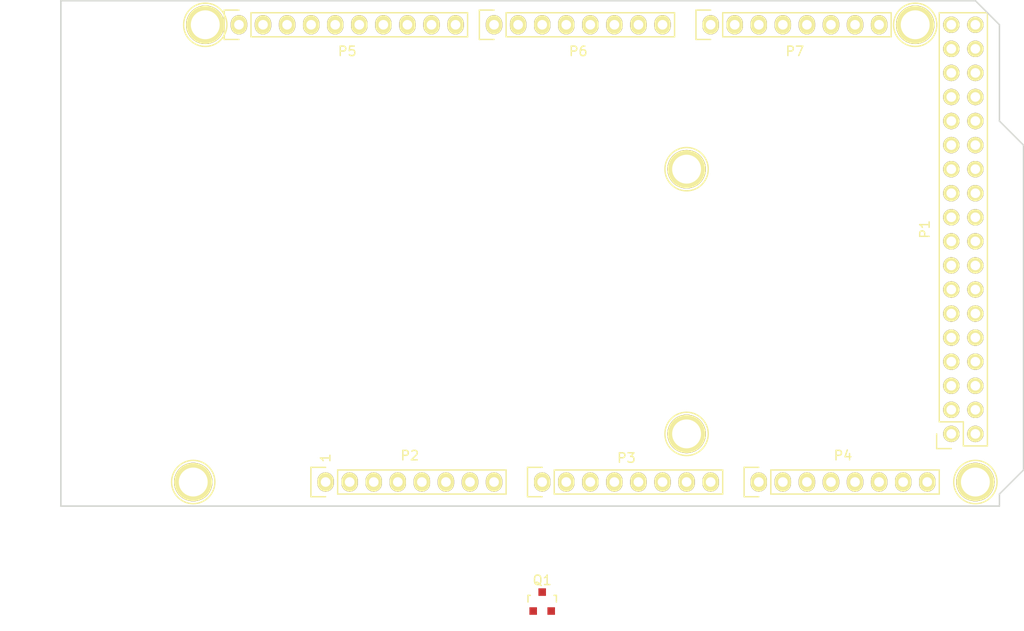
<source format=kicad_pcb>
(kicad_pcb (version 4) (host pcbnew 4.0.4-stable)

  (general
    (links 6)
    (no_connects 6)
    (area 103.302999 68.250999 205.053001 121.741001)
    (thickness 1.6)
    (drawings 27)
    (tracks 0)
    (zones 0)
    (modules 14)
    (nets 3)
  )

  (page A4)
  (title_block
    (title ZenGardenBase)
    (date 2017-03-09)
    (rev A)
    (company D.O.P.E.)
    (comment 1 "Matthew Swarts")
  )

  (layers
    (0 F.Cu signal)
    (31 B.Cu signal)
    (32 B.Adhes user)
    (33 F.Adhes user)
    (34 B.Paste user)
    (35 F.Paste user)
    (36 B.SilkS user)
    (37 F.SilkS user)
    (38 B.Mask user)
    (39 F.Mask user)
    (40 Dwgs.User user)
    (41 Cmts.User user)
    (42 Eco1.User user)
    (43 Eco2.User user)
    (44 Edge.Cuts user)
    (45 Margin user)
    (46 B.CrtYd user)
    (47 F.CrtYd user)
    (48 B.Fab user)
    (49 F.Fab user)
  )

  (setup
    (last_trace_width 0.25)
    (trace_clearance 0.2)
    (zone_clearance 0.508)
    (zone_45_only no)
    (trace_min 0.2)
    (segment_width 0.15)
    (edge_width 0.15)
    (via_size 0.6)
    (via_drill 0.4)
    (via_min_size 0.4)
    (via_min_drill 0.3)
    (uvia_size 0.3)
    (uvia_drill 0.1)
    (uvias_allowed no)
    (uvia_min_size 0.2)
    (uvia_min_drill 0.1)
    (pcb_text_width 0.3)
    (pcb_text_size 1.5 1.5)
    (mod_edge_width 0.15)
    (mod_text_size 1 1)
    (mod_text_width 0.15)
    (pad_size 4.064 4.064)
    (pad_drill 3.048)
    (pad_to_mask_clearance 0)
    (aux_axis_origin 103.378 121.666)
    (visible_elements 7FFFFFFF)
    (pcbplotparams
      (layerselection 0x00030_80000001)
      (usegerberextensions false)
      (excludeedgelayer true)
      (linewidth 0.100000)
      (plotframeref false)
      (viasonmask false)
      (mode 1)
      (useauxorigin false)
      (hpglpennumber 1)
      (hpglpenspeed 20)
      (hpglpendiameter 15)
      (hpglpenoverlay 2)
      (psnegative false)
      (psa4output false)
      (plotreference true)
      (plotvalue true)
      (plotinvisibletext false)
      (padsonsilk false)
      (subtractmaskfromsilk false)
      (outputformat 1)
      (mirror false)
      (drillshape 1)
      (scaleselection 1)
      (outputdirectory ""))
  )

  (net 0 "")
  (net 1 GND)
  (net 2 V50)

  (net_class Default "This is the default net class."
    (clearance 0.2)
    (trace_width 0.25)
    (via_dia 0.6)
    (via_drill 0.4)
    (uvia_dia 0.3)
    (uvia_drill 0.1)
    (add_net GND)
    (add_net V50)
  )

  (module Socket_Arduino_Mega:Socket_Strip_Arduino_2x18 locked (layer F.Cu) (tedit 55216789) (tstamp 551AFCE5)
    (at 197.358 114.046 90)
    (descr "Through hole socket strip")
    (tags "socket strip")
    (path /56D743B5)
    (fp_text reference P1 (at 21.59 -2.794 90) (layer F.SilkS)
      (effects (font (size 1 1) (thickness 0.15)))
    )
    (fp_text value Digital (at 21.59 -4.572 90) (layer F.Fab)
      (effects (font (size 1 1) (thickness 0.15)))
    )
    (fp_line (start -1.75 -1.75) (end -1.75 4.3) (layer F.CrtYd) (width 0.05))
    (fp_line (start 44.95 -1.75) (end 44.95 4.3) (layer F.CrtYd) (width 0.05))
    (fp_line (start -1.75 -1.75) (end 44.95 -1.75) (layer F.CrtYd) (width 0.05))
    (fp_line (start -1.75 4.3) (end 44.95 4.3) (layer F.CrtYd) (width 0.05))
    (fp_line (start -1.27 3.81) (end 44.45 3.81) (layer F.SilkS) (width 0.15))
    (fp_line (start 44.45 -1.27) (end 1.27 -1.27) (layer F.SilkS) (width 0.15))
    (fp_line (start 44.45 3.81) (end 44.45 -1.27) (layer F.SilkS) (width 0.15))
    (fp_line (start -1.27 3.81) (end -1.27 1.27) (layer F.SilkS) (width 0.15))
    (fp_line (start 0 -1.55) (end -1.55 -1.55) (layer F.SilkS) (width 0.15))
    (fp_line (start -1.27 1.27) (end 1.27 1.27) (layer F.SilkS) (width 0.15))
    (fp_line (start 1.27 1.27) (end 1.27 -1.27) (layer F.SilkS) (width 0.15))
    (fp_line (start -1.55 -1.55) (end -1.55 0) (layer F.SilkS) (width 0.15))
    (pad 1 thru_hole circle (at 0 0 90) (size 1.7272 1.7272) (drill 1.016) (layers *.Cu *.Mask F.SilkS)
      (net 1 GND))
    (pad 2 thru_hole oval (at 0 2.54 90) (size 1.7272 1.7272) (drill 1.016) (layers *.Cu *.Mask F.SilkS)
      (net 1 GND))
    (pad 3 thru_hole oval (at 2.54 0 90) (size 1.7272 1.7272) (drill 1.016) (layers *.Cu *.Mask F.SilkS))
    (pad 4 thru_hole oval (at 2.54 2.54 90) (size 1.7272 1.7272) (drill 1.016) (layers *.Cu *.Mask F.SilkS))
    (pad 5 thru_hole oval (at 5.08 0 90) (size 1.7272 1.7272) (drill 1.016) (layers *.Cu *.Mask F.SilkS))
    (pad 6 thru_hole oval (at 5.08 2.54 90) (size 1.7272 1.7272) (drill 1.016) (layers *.Cu *.Mask F.SilkS))
    (pad 7 thru_hole oval (at 7.62 0 90) (size 1.7272 1.7272) (drill 1.016) (layers *.Cu *.Mask F.SilkS))
    (pad 8 thru_hole oval (at 7.62 2.54 90) (size 1.7272 1.7272) (drill 1.016) (layers *.Cu *.Mask F.SilkS))
    (pad 9 thru_hole oval (at 10.16 0 90) (size 1.7272 1.7272) (drill 1.016) (layers *.Cu *.Mask F.SilkS))
    (pad 10 thru_hole oval (at 10.16 2.54 90) (size 1.7272 1.7272) (drill 1.016) (layers *.Cu *.Mask F.SilkS))
    (pad 11 thru_hole oval (at 12.7 0 90) (size 1.7272 1.7272) (drill 1.016) (layers *.Cu *.Mask F.SilkS))
    (pad 12 thru_hole oval (at 12.7 2.54 90) (size 1.7272 1.7272) (drill 1.016) (layers *.Cu *.Mask F.SilkS))
    (pad 13 thru_hole oval (at 15.24 0 90) (size 1.7272 1.7272) (drill 1.016) (layers *.Cu *.Mask F.SilkS))
    (pad 14 thru_hole oval (at 15.24 2.54 90) (size 1.7272 1.7272) (drill 1.016) (layers *.Cu *.Mask F.SilkS))
    (pad 15 thru_hole oval (at 17.78 0 90) (size 1.7272 1.7272) (drill 1.016) (layers *.Cu *.Mask F.SilkS))
    (pad 16 thru_hole oval (at 17.78 2.54 90) (size 1.7272 1.7272) (drill 1.016) (layers *.Cu *.Mask F.SilkS))
    (pad 17 thru_hole oval (at 20.32 0 90) (size 1.7272 1.7272) (drill 1.016) (layers *.Cu *.Mask F.SilkS))
    (pad 18 thru_hole oval (at 20.32 2.54 90) (size 1.7272 1.7272) (drill 1.016) (layers *.Cu *.Mask F.SilkS))
    (pad 19 thru_hole oval (at 22.86 0 90) (size 1.7272 1.7272) (drill 1.016) (layers *.Cu *.Mask F.SilkS))
    (pad 20 thru_hole oval (at 22.86 2.54 90) (size 1.7272 1.7272) (drill 1.016) (layers *.Cu *.Mask F.SilkS))
    (pad 21 thru_hole oval (at 25.4 0 90) (size 1.7272 1.7272) (drill 1.016) (layers *.Cu *.Mask F.SilkS))
    (pad 22 thru_hole oval (at 25.4 2.54 90) (size 1.7272 1.7272) (drill 1.016) (layers *.Cu *.Mask F.SilkS))
    (pad 23 thru_hole oval (at 27.94 0 90) (size 1.7272 1.7272) (drill 1.016) (layers *.Cu *.Mask F.SilkS))
    (pad 24 thru_hole oval (at 27.94 2.54 90) (size 1.7272 1.7272) (drill 1.016) (layers *.Cu *.Mask F.SilkS))
    (pad 25 thru_hole oval (at 30.48 0 90) (size 1.7272 1.7272) (drill 1.016) (layers *.Cu *.Mask F.SilkS))
    (pad 26 thru_hole oval (at 30.48 2.54 90) (size 1.7272 1.7272) (drill 1.016) (layers *.Cu *.Mask F.SilkS))
    (pad 27 thru_hole oval (at 33.02 0 90) (size 1.7272 1.7272) (drill 1.016) (layers *.Cu *.Mask F.SilkS))
    (pad 28 thru_hole oval (at 33.02 2.54 90) (size 1.7272 1.7272) (drill 1.016) (layers *.Cu *.Mask F.SilkS))
    (pad 29 thru_hole oval (at 35.56 0 90) (size 1.7272 1.7272) (drill 1.016) (layers *.Cu *.Mask F.SilkS))
    (pad 30 thru_hole oval (at 35.56 2.54 90) (size 1.7272 1.7272) (drill 1.016) (layers *.Cu *.Mask F.SilkS))
    (pad 31 thru_hole oval (at 38.1 0 90) (size 1.7272 1.7272) (drill 1.016) (layers *.Cu *.Mask F.SilkS))
    (pad 32 thru_hole oval (at 38.1 2.54 90) (size 1.7272 1.7272) (drill 1.016) (layers *.Cu *.Mask F.SilkS))
    (pad 33 thru_hole oval (at 40.64 0 90) (size 1.7272 1.7272) (drill 1.016) (layers *.Cu *.Mask F.SilkS))
    (pad 34 thru_hole oval (at 40.64 2.54 90) (size 1.7272 1.7272) (drill 1.016) (layers *.Cu *.Mask F.SilkS))
    (pad 35 thru_hole oval (at 43.18 0 90) (size 1.7272 1.7272) (drill 1.016) (layers *.Cu *.Mask F.SilkS)
      (net 2 V50))
    (pad 36 thru_hole oval (at 43.18 2.54 90) (size 1.7272 1.7272) (drill 1.016) (layers *.Cu *.Mask F.SilkS)
      (net 2 V50))
    (model ${KIPRJMOD}/Socket_Arduino_Mega.3dshapes/Socket_header_Arduino_2x18.wrl
      (at (xyz 0.85 -0.05 0))
      (scale (xyz 1 1 1))
      (rotate (xyz 0 0 180))
    )
  )

  (module Socket_Arduino_Mega:Socket_Strip_Arduino_1x08 locked (layer F.Cu) (tedit 55216755) (tstamp 551AFCFC)
    (at 131.318 119.126)
    (descr "Through hole socket strip")
    (tags "socket strip")
    (path /56D71773)
    (fp_text reference P2 (at 8.89 -2.794) (layer F.SilkS)
      (effects (font (size 1 1) (thickness 0.15)))
    )
    (fp_text value Power (at 8.89 -4.318) (layer F.Fab)
      (effects (font (size 1 1) (thickness 0.15)))
    )
    (fp_line (start -1.75 -1.75) (end -1.75 1.75) (layer F.CrtYd) (width 0.05))
    (fp_line (start 19.55 -1.75) (end 19.55 1.75) (layer F.CrtYd) (width 0.05))
    (fp_line (start -1.75 -1.75) (end 19.55 -1.75) (layer F.CrtYd) (width 0.05))
    (fp_line (start -1.75 1.75) (end 19.55 1.75) (layer F.CrtYd) (width 0.05))
    (fp_line (start 1.27 1.27) (end 19.05 1.27) (layer F.SilkS) (width 0.15))
    (fp_line (start 19.05 1.27) (end 19.05 -1.27) (layer F.SilkS) (width 0.15))
    (fp_line (start 19.05 -1.27) (end 1.27 -1.27) (layer F.SilkS) (width 0.15))
    (fp_line (start -1.55 1.55) (end 0 1.55) (layer F.SilkS) (width 0.15))
    (fp_line (start 1.27 1.27) (end 1.27 -1.27) (layer F.SilkS) (width 0.15))
    (fp_line (start 0 -1.55) (end -1.55 -1.55) (layer F.SilkS) (width 0.15))
    (fp_line (start -1.55 -1.55) (end -1.55 1.55) (layer F.SilkS) (width 0.15))
    (pad 1 thru_hole oval (at 0 0) (size 1.7272 2.032) (drill 1.016) (layers *.Cu *.Mask F.SilkS))
    (pad 2 thru_hole oval (at 2.54 0) (size 1.7272 2.032) (drill 1.016) (layers *.Cu *.Mask F.SilkS))
    (pad 3 thru_hole oval (at 5.08 0) (size 1.7272 2.032) (drill 1.016) (layers *.Cu *.Mask F.SilkS))
    (pad 4 thru_hole oval (at 7.62 0) (size 1.7272 2.032) (drill 1.016) (layers *.Cu *.Mask F.SilkS))
    (pad 5 thru_hole oval (at 10.16 0) (size 1.7272 2.032) (drill 1.016) (layers *.Cu *.Mask F.SilkS)
      (net 2 V50))
    (pad 6 thru_hole oval (at 12.7 0) (size 1.7272 2.032) (drill 1.016) (layers *.Cu *.Mask F.SilkS)
      (net 1 GND))
    (pad 7 thru_hole oval (at 15.24 0) (size 1.7272 2.032) (drill 1.016) (layers *.Cu *.Mask F.SilkS)
      (net 1 GND))
    (pad 8 thru_hole oval (at 17.78 0) (size 1.7272 2.032) (drill 1.016) (layers *.Cu *.Mask F.SilkS))
    (model ${KIPRJMOD}/Socket_Arduino_Mega.3dshapes/Socket_header_Arduino_1x08.wrl
      (at (xyz 0.35 0 0))
      (scale (xyz 1 1 1))
      (rotate (xyz 0 0 180))
    )
  )

  (module Socket_Arduino_Mega:Socket_Strip_Arduino_1x08 locked (layer F.Cu) (tedit 5521677D) (tstamp 551AFD13)
    (at 154.178 119.126)
    (descr "Through hole socket strip")
    (tags "socket strip")
    (path /56D72F1C)
    (fp_text reference P3 (at 8.89 -2.54) (layer F.SilkS)
      (effects (font (size 1 1) (thickness 0.15)))
    )
    (fp_text value Analog (at 8.89 -4.318) (layer F.Fab)
      (effects (font (size 1 1) (thickness 0.15)))
    )
    (fp_line (start -1.75 -1.75) (end -1.75 1.75) (layer F.CrtYd) (width 0.05))
    (fp_line (start 19.55 -1.75) (end 19.55 1.75) (layer F.CrtYd) (width 0.05))
    (fp_line (start -1.75 -1.75) (end 19.55 -1.75) (layer F.CrtYd) (width 0.05))
    (fp_line (start -1.75 1.75) (end 19.55 1.75) (layer F.CrtYd) (width 0.05))
    (fp_line (start 1.27 1.27) (end 19.05 1.27) (layer F.SilkS) (width 0.15))
    (fp_line (start 19.05 1.27) (end 19.05 -1.27) (layer F.SilkS) (width 0.15))
    (fp_line (start 19.05 -1.27) (end 1.27 -1.27) (layer F.SilkS) (width 0.15))
    (fp_line (start -1.55 1.55) (end 0 1.55) (layer F.SilkS) (width 0.15))
    (fp_line (start 1.27 1.27) (end 1.27 -1.27) (layer F.SilkS) (width 0.15))
    (fp_line (start 0 -1.55) (end -1.55 -1.55) (layer F.SilkS) (width 0.15))
    (fp_line (start -1.55 -1.55) (end -1.55 1.55) (layer F.SilkS) (width 0.15))
    (pad 1 thru_hole oval (at 0 0) (size 1.7272 2.032) (drill 1.016) (layers *.Cu *.Mask F.SilkS))
    (pad 2 thru_hole oval (at 2.54 0) (size 1.7272 2.032) (drill 1.016) (layers *.Cu *.Mask F.SilkS))
    (pad 3 thru_hole oval (at 5.08 0) (size 1.7272 2.032) (drill 1.016) (layers *.Cu *.Mask F.SilkS))
    (pad 4 thru_hole oval (at 7.62 0) (size 1.7272 2.032) (drill 1.016) (layers *.Cu *.Mask F.SilkS))
    (pad 5 thru_hole oval (at 10.16 0) (size 1.7272 2.032) (drill 1.016) (layers *.Cu *.Mask F.SilkS))
    (pad 6 thru_hole oval (at 12.7 0) (size 1.7272 2.032) (drill 1.016) (layers *.Cu *.Mask F.SilkS))
    (pad 7 thru_hole oval (at 15.24 0) (size 1.7272 2.032) (drill 1.016) (layers *.Cu *.Mask F.SilkS))
    (pad 8 thru_hole oval (at 17.78 0) (size 1.7272 2.032) (drill 1.016) (layers *.Cu *.Mask F.SilkS))
    (model ${KIPRJMOD}/Socket_Arduino_Mega.3dshapes/Socket_header_Arduino_1x08.wrl
      (at (xyz 0.35 0 0))
      (scale (xyz 1 1 1))
      (rotate (xyz 0 0 180))
    )
  )

  (module Socket_Arduino_Mega:Socket_Strip_Arduino_1x08 locked (layer F.Cu) (tedit 55216772) (tstamp 551AFD2A)
    (at 177.038 119.126)
    (descr "Through hole socket strip")
    (tags "socket strip")
    (path /56D73A0E)
    (fp_text reference P4 (at 8.89 -2.794) (layer F.SilkS)
      (effects (font (size 1 1) (thickness 0.15)))
    )
    (fp_text value Analog (at 8.89 -4.318) (layer F.Fab)
      (effects (font (size 1 1) (thickness 0.15)))
    )
    (fp_line (start -1.75 -1.75) (end -1.75 1.75) (layer F.CrtYd) (width 0.05))
    (fp_line (start 19.55 -1.75) (end 19.55 1.75) (layer F.CrtYd) (width 0.05))
    (fp_line (start -1.75 -1.75) (end 19.55 -1.75) (layer F.CrtYd) (width 0.05))
    (fp_line (start -1.75 1.75) (end 19.55 1.75) (layer F.CrtYd) (width 0.05))
    (fp_line (start 1.27 1.27) (end 19.05 1.27) (layer F.SilkS) (width 0.15))
    (fp_line (start 19.05 1.27) (end 19.05 -1.27) (layer F.SilkS) (width 0.15))
    (fp_line (start 19.05 -1.27) (end 1.27 -1.27) (layer F.SilkS) (width 0.15))
    (fp_line (start -1.55 1.55) (end 0 1.55) (layer F.SilkS) (width 0.15))
    (fp_line (start 1.27 1.27) (end 1.27 -1.27) (layer F.SilkS) (width 0.15))
    (fp_line (start 0 -1.55) (end -1.55 -1.55) (layer F.SilkS) (width 0.15))
    (fp_line (start -1.55 -1.55) (end -1.55 1.55) (layer F.SilkS) (width 0.15))
    (pad 1 thru_hole oval (at 0 0) (size 1.7272 2.032) (drill 1.016) (layers *.Cu *.Mask F.SilkS))
    (pad 2 thru_hole oval (at 2.54 0) (size 1.7272 2.032) (drill 1.016) (layers *.Cu *.Mask F.SilkS))
    (pad 3 thru_hole oval (at 5.08 0) (size 1.7272 2.032) (drill 1.016) (layers *.Cu *.Mask F.SilkS))
    (pad 4 thru_hole oval (at 7.62 0) (size 1.7272 2.032) (drill 1.016) (layers *.Cu *.Mask F.SilkS))
    (pad 5 thru_hole oval (at 10.16 0) (size 1.7272 2.032) (drill 1.016) (layers *.Cu *.Mask F.SilkS))
    (pad 6 thru_hole oval (at 12.7 0) (size 1.7272 2.032) (drill 1.016) (layers *.Cu *.Mask F.SilkS))
    (pad 7 thru_hole oval (at 15.24 0) (size 1.7272 2.032) (drill 1.016) (layers *.Cu *.Mask F.SilkS))
    (pad 8 thru_hole oval (at 17.78 0) (size 1.7272 2.032) (drill 1.016) (layers *.Cu *.Mask F.SilkS))
    (model ${KIPRJMOD}/Socket_Arduino_Mega.3dshapes/Socket_header_Arduino_1x08.wrl
      (at (xyz 0.35 0 0))
      (scale (xyz 1 1 1))
      (rotate (xyz 0 0 180))
    )
  )

  (module Socket_Arduino_Mega:Socket_Strip_Arduino_1x10 locked (layer F.Cu) (tedit 551AFC9C) (tstamp 551AFD43)
    (at 122.174 70.866)
    (descr "Through hole socket strip")
    (tags "socket strip")
    (path /56D72368)
    (fp_text reference P5 (at 11.43 2.794) (layer F.SilkS)
      (effects (font (size 1 1) (thickness 0.15)))
    )
    (fp_text value PWM (at 11.43 4.318) (layer F.Fab)
      (effects (font (size 1 1) (thickness 0.15)))
    )
    (fp_line (start -1.75 -1.75) (end -1.75 1.75) (layer F.CrtYd) (width 0.05))
    (fp_line (start 24.65 -1.75) (end 24.65 1.75) (layer F.CrtYd) (width 0.05))
    (fp_line (start -1.75 -1.75) (end 24.65 -1.75) (layer F.CrtYd) (width 0.05))
    (fp_line (start -1.75 1.75) (end 24.65 1.75) (layer F.CrtYd) (width 0.05))
    (fp_line (start 1.27 1.27) (end 24.13 1.27) (layer F.SilkS) (width 0.15))
    (fp_line (start 24.13 1.27) (end 24.13 -1.27) (layer F.SilkS) (width 0.15))
    (fp_line (start 24.13 -1.27) (end 1.27 -1.27) (layer F.SilkS) (width 0.15))
    (fp_line (start -1.55 1.55) (end 0 1.55) (layer F.SilkS) (width 0.15))
    (fp_line (start 1.27 1.27) (end 1.27 -1.27) (layer F.SilkS) (width 0.15))
    (fp_line (start 0 -1.55) (end -1.55 -1.55) (layer F.SilkS) (width 0.15))
    (fp_line (start -1.55 -1.55) (end -1.55 1.55) (layer F.SilkS) (width 0.15))
    (pad 1 thru_hole oval (at 0 0) (size 1.7272 2.032) (drill 1.016) (layers *.Cu *.Mask F.SilkS))
    (pad 2 thru_hole oval (at 2.54 0) (size 1.7272 2.032) (drill 1.016) (layers *.Cu *.Mask F.SilkS))
    (pad 3 thru_hole oval (at 5.08 0) (size 1.7272 2.032) (drill 1.016) (layers *.Cu *.Mask F.SilkS))
    (pad 4 thru_hole oval (at 7.62 0) (size 1.7272 2.032) (drill 1.016) (layers *.Cu *.Mask F.SilkS)
      (net 1 GND))
    (pad 5 thru_hole oval (at 10.16 0) (size 1.7272 2.032) (drill 1.016) (layers *.Cu *.Mask F.SilkS))
    (pad 6 thru_hole oval (at 12.7 0) (size 1.7272 2.032) (drill 1.016) (layers *.Cu *.Mask F.SilkS))
    (pad 7 thru_hole oval (at 15.24 0) (size 1.7272 2.032) (drill 1.016) (layers *.Cu *.Mask F.SilkS))
    (pad 8 thru_hole oval (at 17.78 0) (size 1.7272 2.032) (drill 1.016) (layers *.Cu *.Mask F.SilkS))
    (pad 9 thru_hole oval (at 20.32 0) (size 1.7272 2.032) (drill 1.016) (layers *.Cu *.Mask F.SilkS))
    (pad 10 thru_hole oval (at 22.86 0) (size 1.7272 2.032) (drill 1.016) (layers *.Cu *.Mask F.SilkS))
    (model ${KIPRJMOD}/Socket_Arduino_Mega.3dshapes/Socket_header_Arduino_1x10.wrl
      (at (xyz 0.45 0 0))
      (scale (xyz 1 1 1))
      (rotate (xyz 0 0 180))
    )
  )

  (module Socket_Arduino_Mega:Socket_Strip_Arduino_1x08 locked (layer F.Cu) (tedit 551AFC7F) (tstamp 551AFD5A)
    (at 149.098 70.866)
    (descr "Through hole socket strip")
    (tags "socket strip")
    (path /56D734D0)
    (fp_text reference P6 (at 8.89 2.794) (layer F.SilkS)
      (effects (font (size 1 1) (thickness 0.15)))
    )
    (fp_text value PWM (at 8.89 4.318) (layer F.Fab)
      (effects (font (size 1 1) (thickness 0.15)))
    )
    (fp_line (start -1.75 -1.75) (end -1.75 1.75) (layer F.CrtYd) (width 0.05))
    (fp_line (start 19.55 -1.75) (end 19.55 1.75) (layer F.CrtYd) (width 0.05))
    (fp_line (start -1.75 -1.75) (end 19.55 -1.75) (layer F.CrtYd) (width 0.05))
    (fp_line (start -1.75 1.75) (end 19.55 1.75) (layer F.CrtYd) (width 0.05))
    (fp_line (start 1.27 1.27) (end 19.05 1.27) (layer F.SilkS) (width 0.15))
    (fp_line (start 19.05 1.27) (end 19.05 -1.27) (layer F.SilkS) (width 0.15))
    (fp_line (start 19.05 -1.27) (end 1.27 -1.27) (layer F.SilkS) (width 0.15))
    (fp_line (start -1.55 1.55) (end 0 1.55) (layer F.SilkS) (width 0.15))
    (fp_line (start 1.27 1.27) (end 1.27 -1.27) (layer F.SilkS) (width 0.15))
    (fp_line (start 0 -1.55) (end -1.55 -1.55) (layer F.SilkS) (width 0.15))
    (fp_line (start -1.55 -1.55) (end -1.55 1.55) (layer F.SilkS) (width 0.15))
    (pad 1 thru_hole oval (at 0 0) (size 1.7272 2.032) (drill 1.016) (layers *.Cu *.Mask F.SilkS))
    (pad 2 thru_hole oval (at 2.54 0) (size 1.7272 2.032) (drill 1.016) (layers *.Cu *.Mask F.SilkS))
    (pad 3 thru_hole oval (at 5.08 0) (size 1.7272 2.032) (drill 1.016) (layers *.Cu *.Mask F.SilkS))
    (pad 4 thru_hole oval (at 7.62 0) (size 1.7272 2.032) (drill 1.016) (layers *.Cu *.Mask F.SilkS))
    (pad 5 thru_hole oval (at 10.16 0) (size 1.7272 2.032) (drill 1.016) (layers *.Cu *.Mask F.SilkS))
    (pad 6 thru_hole oval (at 12.7 0) (size 1.7272 2.032) (drill 1.016) (layers *.Cu *.Mask F.SilkS))
    (pad 7 thru_hole oval (at 15.24 0) (size 1.7272 2.032) (drill 1.016) (layers *.Cu *.Mask F.SilkS))
    (pad 8 thru_hole oval (at 17.78 0) (size 1.7272 2.032) (drill 1.016) (layers *.Cu *.Mask F.SilkS))
    (model ${KIPRJMOD}/Socket_Arduino_Mega.3dshapes/Socket_header_Arduino_1x08.wrl
      (at (xyz 0.35 0 0))
      (scale (xyz 1 1 1))
      (rotate (xyz 0 0 180))
    )
  )

  (module Socket_Arduino_Mega:Socket_Strip_Arduino_1x08 locked (layer F.Cu) (tedit 551AFC73) (tstamp 551AFD71)
    (at 171.958 70.866)
    (descr "Through hole socket strip")
    (tags "socket strip")
    (path /56D73F2C)
    (fp_text reference P7 (at 8.89 2.794) (layer F.SilkS)
      (effects (font (size 1 1) (thickness 0.15)))
    )
    (fp_text value Communication (at 8.89 4.064) (layer F.Fab)
      (effects (font (size 1 1) (thickness 0.15)))
    )
    (fp_line (start -1.75 -1.75) (end -1.75 1.75) (layer F.CrtYd) (width 0.05))
    (fp_line (start 19.55 -1.75) (end 19.55 1.75) (layer F.CrtYd) (width 0.05))
    (fp_line (start -1.75 -1.75) (end 19.55 -1.75) (layer F.CrtYd) (width 0.05))
    (fp_line (start -1.75 1.75) (end 19.55 1.75) (layer F.CrtYd) (width 0.05))
    (fp_line (start 1.27 1.27) (end 19.05 1.27) (layer F.SilkS) (width 0.15))
    (fp_line (start 19.05 1.27) (end 19.05 -1.27) (layer F.SilkS) (width 0.15))
    (fp_line (start 19.05 -1.27) (end 1.27 -1.27) (layer F.SilkS) (width 0.15))
    (fp_line (start -1.55 1.55) (end 0 1.55) (layer F.SilkS) (width 0.15))
    (fp_line (start 1.27 1.27) (end 1.27 -1.27) (layer F.SilkS) (width 0.15))
    (fp_line (start 0 -1.55) (end -1.55 -1.55) (layer F.SilkS) (width 0.15))
    (fp_line (start -1.55 -1.55) (end -1.55 1.55) (layer F.SilkS) (width 0.15))
    (pad 1 thru_hole oval (at 0 0) (size 1.7272 2.032) (drill 1.016) (layers *.Cu *.Mask F.SilkS))
    (pad 2 thru_hole oval (at 2.54 0) (size 1.7272 2.032) (drill 1.016) (layers *.Cu *.Mask F.SilkS))
    (pad 3 thru_hole oval (at 5.08 0) (size 1.7272 2.032) (drill 1.016) (layers *.Cu *.Mask F.SilkS))
    (pad 4 thru_hole oval (at 7.62 0) (size 1.7272 2.032) (drill 1.016) (layers *.Cu *.Mask F.SilkS))
    (pad 5 thru_hole oval (at 10.16 0) (size 1.7272 2.032) (drill 1.016) (layers *.Cu *.Mask F.SilkS))
    (pad 6 thru_hole oval (at 12.7 0) (size 1.7272 2.032) (drill 1.016) (layers *.Cu *.Mask F.SilkS))
    (pad 7 thru_hole oval (at 15.24 0) (size 1.7272 2.032) (drill 1.016) (layers *.Cu *.Mask F.SilkS))
    (pad 8 thru_hole oval (at 17.78 0) (size 1.7272 2.032) (drill 1.016) (layers *.Cu *.Mask F.SilkS))
    (model ${KIPRJMOD}/Socket_Arduino_Mega.3dshapes/Socket_header_Arduino_1x08.wrl
      (at (xyz 0.35 0 0))
      (scale (xyz 1 1 1))
      (rotate (xyz 0 0 180))
    )
  )

  (module Socket_Arduino_Mega:Arduino_1pin locked (layer F.Cu) (tedit 5524FDA7) (tstamp 5524FE07)
    (at 117.348 119.126)
    (descr "module 1 pin (ou trou mecanique de percage)")
    (tags DEV)
    (path /56D70B71)
    (fp_text reference P8 (at 0 -3.048) (layer F.SilkS) hide
      (effects (font (size 1 1) (thickness 0.15)))
    )
    (fp_text value CONN_01X01 (at 0 2.794) (layer F.Fab) hide
      (effects (font (size 1 1) (thickness 0.15)))
    )
    (fp_circle (center 0 0) (end 0 -2.286) (layer F.SilkS) (width 0.15))
    (pad 1 thru_hole circle (at 0 0) (size 4.064 4.064) (drill 3.048) (layers *.Cu *.Mask F.SilkS))
  )

  (module Socket_Arduino_Mega:Arduino_1pin locked (layer F.Cu) (tedit 5524FDB2) (tstamp 5524FE0C)
    (at 169.418 114.046)
    (descr "module 1 pin (ou trou mecanique de percage)")
    (tags DEV)
    (path /56D70C9B)
    (fp_text reference P9 (at 0 -3.048) (layer F.SilkS) hide
      (effects (font (size 1 1) (thickness 0.15)))
    )
    (fp_text value CONN_01X01 (at 0 2.794) (layer F.Fab) hide
      (effects (font (size 1 1) (thickness 0.15)))
    )
    (fp_circle (center 0 0) (end 0 -2.286) (layer F.SilkS) (width 0.15))
    (pad 1 thru_hole circle (at 0 0) (size 4.064 4.064) (drill 3.048) (layers *.Cu *.Mask F.SilkS))
  )

  (module Socket_Arduino_Mega:Arduino_1pin locked (layer F.Cu) (tedit 5524FDBB) (tstamp 5524FE11)
    (at 199.898 119.126)
    (descr "module 1 pin (ou trou mecanique de percage)")
    (tags DEV)
    (path /56D70CE6)
    (fp_text reference P10 (at 0 -3.048) (layer F.SilkS) hide
      (effects (font (size 1 1) (thickness 0.15)))
    )
    (fp_text value CONN_01X01 (at 0 2.794) (layer F.Fab) hide
      (effects (font (size 1 1) (thickness 0.15)))
    )
    (fp_circle (center 0 0) (end 0 -2.286) (layer F.SilkS) (width 0.15))
    (pad 1 thru_hole circle (at 0 0) (size 4.064 4.064) (drill 3.048) (layers *.Cu *.Mask F.SilkS))
  )

  (module Socket_Arduino_Mega:Arduino_1pin locked (layer F.Cu) (tedit 5524FDD2) (tstamp 5524FE16)
    (at 118.618 70.866)
    (descr "module 1 pin (ou trou mecanique de percage)")
    (tags DEV)
    (path /56D70D2C)
    (fp_text reference P11 (at 0 -3.048) (layer F.SilkS) hide
      (effects (font (size 1 1) (thickness 0.15)))
    )
    (fp_text value CONN_01X01 (at 0 2.794) (layer F.Fab) hide
      (effects (font (size 1 1) (thickness 0.15)))
    )
    (fp_circle (center 0 0) (end 0 -2.286) (layer F.SilkS) (width 0.15))
    (pad 1 thru_hole circle (at 0 0) (size 4.064 4.064) (drill 3.048) (layers *.Cu *.Mask F.SilkS))
  )

  (module Socket_Arduino_Mega:Arduino_1pin locked (layer F.Cu) (tedit 5524FDCA) (tstamp 5524FE1B)
    (at 169.418 86.106)
    (descr "module 1 pin (ou trou mecanique de percage)")
    (tags DEV)
    (path /56D711A2)
    (fp_text reference P12 (at 0 -3.048) (layer F.SilkS) hide
      (effects (font (size 1 1) (thickness 0.15)))
    )
    (fp_text value CONN_01X01 (at 0 2.794) (layer F.Fab) hide
      (effects (font (size 1 1) (thickness 0.15)))
    )
    (fp_circle (center 0 0) (end 0 -2.286) (layer F.SilkS) (width 0.15))
    (pad 1 thru_hole circle (at 0 0) (size 4.064 4.064) (drill 3.048) (layers *.Cu *.Mask F.SilkS))
  )

  (module Socket_Arduino_Mega:Arduino_1pin locked (layer F.Cu) (tedit 5524FDC4) (tstamp 5524FE20)
    (at 193.548 70.866)
    (descr "module 1 pin (ou trou mecanique de percage)")
    (tags DEV)
    (path /56D711F0)
    (fp_text reference P13 (at 0 -3.048) (layer F.SilkS) hide
      (effects (font (size 1 1) (thickness 0.15)))
    )
    (fp_text value CONN_01X01 (at 0 2.794) (layer F.Fab) hide
      (effects (font (size 1 1) (thickness 0.15)))
    )
    (fp_circle (center 0 0) (end 0 -2.286) (layer F.SilkS) (width 0.15))
    (pad 1 thru_hole circle (at 0 0) (size 4.064 4.064) (drill 3.048) (layers *.Cu *.Mask F.SilkS))
  )

  (module TO_SOT_Packages_SMD:SOT-23 (layer F.Cu) (tedit 553634F8) (tstamp 58C1E778)
    (at 154.178 131.741001)
    (descr "SOT-23, Standard")
    (tags SOT-23)
    (path /58C30C7E)
    (attr smd)
    (fp_text reference Q1 (at 0 -2.25) (layer F.SilkS)
      (effects (font (size 1 1) (thickness 0.15)))
    )
    (fp_text value 2N7002 (at 0 2.3) (layer F.Fab)
      (effects (font (size 1 1) (thickness 0.15)))
    )
    (fp_line (start -1.65 -1.6) (end 1.65 -1.6) (layer F.CrtYd) (width 0.05))
    (fp_line (start 1.65 -1.6) (end 1.65 1.6) (layer F.CrtYd) (width 0.05))
    (fp_line (start 1.65 1.6) (end -1.65 1.6) (layer F.CrtYd) (width 0.05))
    (fp_line (start -1.65 1.6) (end -1.65 -1.6) (layer F.CrtYd) (width 0.05))
    (fp_line (start 1.29916 -0.65024) (end 1.2509 -0.65024) (layer F.SilkS) (width 0.15))
    (fp_line (start -1.49982 0.0508) (end -1.49982 -0.65024) (layer F.SilkS) (width 0.15))
    (fp_line (start -1.49982 -0.65024) (end -1.2509 -0.65024) (layer F.SilkS) (width 0.15))
    (fp_line (start 1.29916 -0.65024) (end 1.49982 -0.65024) (layer F.SilkS) (width 0.15))
    (fp_line (start 1.49982 -0.65024) (end 1.49982 0.0508) (layer F.SilkS) (width 0.15))
    (pad 1 smd rect (at -0.95 1.00076) (size 0.8001 0.8001) (layers F.Cu F.Paste F.Mask))
    (pad 2 smd rect (at 0.95 1.00076) (size 0.8001 0.8001) (layers F.Cu F.Paste F.Mask))
    (pad 3 smd rect (at 0 -0.99822) (size 0.8001 0.8001) (layers F.Cu F.Paste F.Mask))
    (model TO_SOT_Packages_SMD.3dshapes/SOT-23.wrl
      (at (xyz 0 0 0))
      (scale (xyz 1 1 1))
      (rotate (xyz 0 0 0))
    )
  )

  (gr_text 1 (at 131.318 116.586 90) (layer F.SilkS)
    (effects (font (size 1 1) (thickness 0.15)))
  )
  (gr_line (start 175.6156 96.774) (end 175.6156 90.7288) (angle 90) (layer Dwgs.User) (width 0.15))
  (gr_line (start 179.4764 96.774) (end 179.4764 90.7288) (angle 90) (layer Dwgs.User) (width 0.15))
  (gr_line (start 175.6156 96.774) (end 179.4764 96.774) (angle 90) (layer Dwgs.User) (width 0.15))
  (gr_circle (center 177.546 93.726) (end 178.816 93.726) (layer Dwgs.User) (width 0.15))
  (gr_line (start 175.6156 90.7288) (end 179.4764 90.7288) (angle 90) (layer Dwgs.User) (width 0.15))
  (gr_line (start 165.735 97.536) (end 165.735 89.916) (angle 90) (layer Dwgs.User) (width 0.15))
  (gr_line (start 170.815 97.536) (end 165.735 97.536) (angle 90) (layer Dwgs.User) (width 0.15))
  (gr_line (start 170.815 89.916) (end 170.815 97.536) (angle 90) (layer Dwgs.User) (width 0.15))
  (gr_line (start 165.735 89.916) (end 170.815 89.916) (angle 90) (layer Dwgs.User) (width 0.15))
  (gr_line (start 97.028 89.281) (end 97.028 77.851) (angle 90) (layer Dwgs.User) (width 0.15))
  (gr_line (start 112.903 89.281) (end 97.028 89.281) (angle 90) (layer Dwgs.User) (width 0.15))
  (gr_line (start 112.903 77.851) (end 112.903 89.281) (angle 90) (layer Dwgs.User) (width 0.15))
  (gr_line (start 97.028 77.851) (end 112.903 77.851) (angle 90) (layer Dwgs.User) (width 0.15))
  (gr_line (start 101.473 118.491) (end 101.473 109.601) (angle 90) (layer Dwgs.User) (width 0.15))
  (gr_line (start 114.808 118.491) (end 101.473 118.491) (angle 90) (layer Dwgs.User) (width 0.15))
  (gr_line (start 114.808 109.601) (end 114.808 118.491) (angle 90) (layer Dwgs.User) (width 0.15))
  (gr_line (start 101.473 109.601) (end 114.808 109.601) (angle 90) (layer Dwgs.User) (width 0.15))
  (gr_line (start 202.438 121.666) (end 103.378 121.666) (angle 90) (layer Edge.Cuts) (width 0.15))
  (gr_line (start 202.438 120.396) (end 202.438 121.666) (angle 90) (layer Edge.Cuts) (width 0.15))
  (gr_line (start 204.978 117.856) (end 202.438 120.396) (angle 90) (layer Edge.Cuts) (width 0.15))
  (gr_line (start 204.978 83.566) (end 204.978 117.856) (angle 90) (layer Edge.Cuts) (width 0.15))
  (gr_line (start 202.438 81.026) (end 204.978 83.566) (angle 90) (layer Edge.Cuts) (width 0.15))
  (gr_line (start 202.438 70.866) (end 202.438 81.026) (angle 90) (layer Edge.Cuts) (width 0.15))
  (gr_line (start 199.898 68.326) (end 202.438 70.866) (angle 90) (layer Edge.Cuts) (width 0.15))
  (gr_line (start 103.378 68.326) (end 199.898 68.326) (angle 90) (layer Edge.Cuts) (width 0.15))
  (gr_line (start 103.378 121.666) (end 103.378 68.326) (angle 90) (layer Edge.Cuts) (width 0.15))

)

</source>
